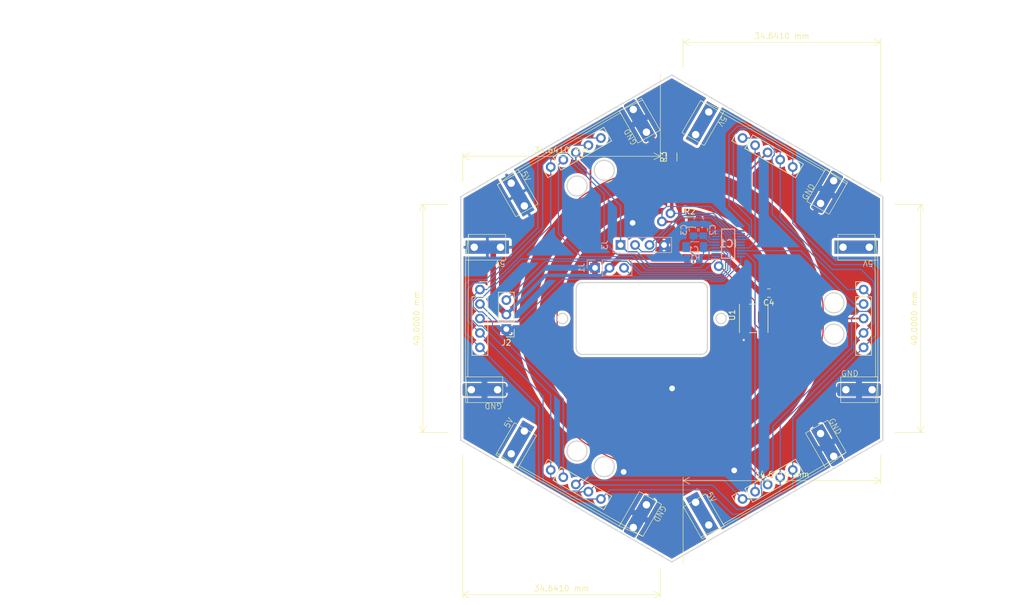
<source format=kicad_pcb>
(kicad_pcb (version 20241229) (generator "pcbnew") (generator_version "9.0")
  (title_block (title "Module Board Layout") (date "2025-12-01") (rev "0") (company "WPI ECE 2799 T1") (comment 1 "AAC"))
  (layers (0 "F.Cu" signal) (2 "B.Cu" signal) (13 "F.Paste" user) (15 "B.Paste" user) (5 "F.SilkS" user "F.Silkscreen") (7 "B.SilkS" user "B.Silkscreen") (1 "F.Mask" user) (3 "B.Mask" user) (25 "Edge.Cuts" user))
  (net 0 "")
  (net 1 "GND")
  (net 2 "Net-(IC1-PA1_{slash}_NRST)")
  (net 3 "+3.3V")
  (net 4 "/nShoutIn5")
  (net 5 "/LED Sig")
  (net 6 "/nShoutOut")
  (net 7 "/Linear Motor PWM")
  (net 8 "/SWCLK")
  (net 9 "/MSP RX")
  (net 10 "/nShoutIn1")
  (net 11 "/nShoutIn6")
  (net 12 "/nShoutIn2")
  (net 13 "/Rotary Motor PWM")
  (net 14 "/nShoutIn3")
  (net 15 "/MSP TX")
  (net 16 "/Rotation Key")
  (net 17 "/Extention Bottom Out")
  (net 18 "/nShoutIn4")
  (net 19 "/SWDIO")
  (net 21 "+5V")
  (footprint "Rose Actuator Library:InterModuleConnectorMside" (layer "F.Cu") (at 205.935 59.6775 60)
    (property "Reference" "J7" (hide yes))
    (property "Value" "5x2.54mm+2xBus")
  )
  (footprint "Connector_PinHeader_2.54mm:PinHeader_1x03_P2.54mm_Vertical" (layer "F.Cu") (at 160.12 90.66 180)
    (property "Reference" "J2")
    (property "Value" "Extention Servo")
  )
  (footprint "Rose Actuator Library:InterModuleConnectorMside" (layer "F.Cu") (at 172.305 117.9269 -120)
    (property "Reference" "J4" (hide yes))
    (property "Value" "5x2.54mm+2xBus")
  )
  (footprint "Rose Actuator Library:InterModuleConnectorMside" (layer "F.Cu") (at 172.305 59.6775 120)
    (property "Reference" "J6" (hide yes))
    (property "Value" "5x2.54mm+2xBus")
  )
  (footprint "Resistor_SMD:R_1206_3216Metric_Pad1.30x1.75mm_HandSolder" (layer "F.Cu") (at 189.12 60.46 90)
    (property "Reference" "R3")
    (property "Value" "40k")
  )
  (footprint "Rose Actuator Library:LED_FZ2812-5050" (layer "F.Cu") (at 203.49 88.78 90)
    (property "Reference" "U1")
    (property "Value" "FZ2812-5050")
  )
  (footprint "Rose Actuator Library:InterModuleConnectorMside" (layer "F.Cu") (at 155.49 88.802 180)
    (property "Reference" "J8" (hide yes))
    (property "Value" "5x2.54mm+2xBus")
  )
  (footprint "Rose Actuator Library:InterModuleConnectorMside" (layer "F.Cu") (at 222.75 88.802)
    (property "Reference" "J9" (hide yes))
    (property "Value" "5x2.54mm+2xBus")
  )
  (footprint "Rose Actuator Library:InterModuleConnectorMside" (layer "F.Cu") (at 205.935 117.9264 -60)
    (property "Reference" "J5" (hide yes))
    (property "Value" "5x2.54mm+2xBus")
  )
  (footprint "Resistor_SMD:R_1206_3216Metric_Pad1.30x1.75mm_HandSolder" (layer "F.Cu") (at 192.31 71.86)
    (property "Reference" "R2")
    (property "Value" "40k")
  )
  (footprint "Capacitor_SMD:C_0805_2012Metric_Pad1.18x1.45mm_HandSolder" (layer "F.Cu") (at 206.1325 84.34 180)
    (property "Reference" "C4")
    (property "Value" ".1u")
  )
  (footprint "Capacitor_SMD:C_0805_2012Metric_Pad1.18x1.45mm_HandSolder" (layer "B.Cu") (at 192.93 73.25 -90)
    (property "Reference" "C3")
    (property "Value" ".1u")
  )
  (footprint "Resistor_SMD:R_1206_3216Metric_Pad1.30x1.75mm_HandSolder" (layer "B.Cu") (at 193.15 76.27)
    (property "Reference" "R1")
    (property "Value" "47k")
  )
  (footprint "Rose Actuator Library:MSPM0C1103SDGS20R" (layer "B.Cu") (at 199.01 75.67)
    (property "Reference" "IC1")
    (property "Value" "MSPM0C1103SDGS20R" (hide yes))
  )
  (footprint "Capacitor_SMD:C_0805_2012Metric_Pad1.18x1.45mm_HandSolder" (layer "B.Cu") (at 192.91 78.39 180)
    (property "Reference" "C1")
    (property "Value" "10n")
  )
  (footprint "Connector_PinSocket_2.54mm:PinSocket_1x04_P2.54mm_Vertical" (layer "B.Cu") (at 180.15 75.905 -90)
    (property "Reference" "J3")
    (property "Value" "Debug")
  )
  (footprint "Capacitor_SMD:C_0805_2012Metric_Pad1.18x1.45mm_HandSolder" (layer "B.Cu") (at 194.63 73.25 90)
    (property "Reference" "C2")
    (property "Value" "10u")
  )
  (footprint "Connector_PinHeader_2.54mm:PinHeader_1x03_P2.54mm_Vertical" (layer "B.Cu") (at 175.67 79.92 -90)
    (property "Reference" "J1")
    (property "Value" "Rotation Servo")
  )
  (gr_arc (start 190.39 62.24) (mid 189.163921 115.430287) (end 187.762265 62.244337) (stroke (width 0.2)) (layer "F.Cu") (net 3))
  (gr_arc (start 189.90416 68.73416) (mid 189.162574 108.921096) (end 188.250764 68.737662) (stroke (width 0.2)) (layer "F.Cu") (net 17))
  (gr_arc (start 189.928715 65.710649) (mid 189.180581 111.943418) (end 188.190209 65.715204) (stroke (width 0.2)) (layer "F.Cu") (net 17))
  (gr_line (start 152.12 67.44) (end 189.12 46.07804) (stroke (width 0.2)) (layer "Edge.Cuts"))
  (gr_line (start 226.12 110.16392) (end 189.12 131.52588) (stroke (width 0.2)) (layer "Edge.Cuts"))
  (gr_line (start 189.12 131.52588) (end 152.12 110.16392) (stroke (width 0.2)) (layer "Edge.Cuts"))
  (gr_line (start 152.12 110.16392) (end 152.12 67.44) (stroke (width 0.2)) (layer "Edge.Cuts"))
  (gr_circle (center 217.556275 91.55196) (end 219.308875 91.55196) (stroke (width 0.2)) (fill no) (layer "Edge.Cuts"))
  (gr_arc (start 195.37 94.00196) (mid 195.047817 94.779777) (end 194.27 95.10196) (stroke (width 0.2)) (layer "Edge.Cuts"))
  (gr_circle (center 169.9695 88.80196) (end 170.8745 88.80196) (stroke (width 0.2)) (fill no) (layer "Edge.Cuts"))
  (gr_arc (start 173.470002 95.10196) (mid 172.692183 94.779777) (end 172.37 94.001957) (stroke (width 0.2)) (layer "Edge.Cuts"))
  (gr_line (start 194.27 95.10196) (end 173.470002 95.10196) (stroke (width 0.2)) (layer "Edge.Cuts"))
  (gr_arc (start 194.27 82.50196) (mid 195.047817 82.824143) (end 195.37 83.60196) (stroke (width 0.2)) (layer "Edge.Cuts"))
  (gr_line (start 194.27 82.50196) (end 173.470003 82.50196) (stroke (width 0.2)) (layer "Edge.Cuts"))
  (gr_circle (center 197.7705 88.80196) (end 198.6755 88.80196) (stroke (width 0.2)) (fill no) (layer "Edge.Cuts"))
  (gr_circle (center 177.283432 114.803496) (end 179.036032 114.803496) (stroke (width 0.2)) (fill no) (layer "Edge.Cuts"))
  (gr_circle (center 217.556275 86.05196) (end 219.308875 86.05196) (stroke (width 0.2)) (fill no) (layer "Edge.Cuts"))
  (gr_line (start 195.37 94.00196) (end 195.37 83.60196) (stroke (width 0.2)) (layer "Edge.Cuts"))
  (gr_circle (center 172.520293 65.550424) (end 174.272893 65.550424) (stroke (width 0.2)) (fill no) (layer "Edge.Cuts"))
  (gr_circle (center 172.520293 112.053496) (end 174.272893 112.053496) (stroke (width 0.2)) (fill no) (layer "Edge.Cuts"))
  (gr_line (start 226.12 67.44) (end 226.12 110.16392) (stroke (width 0.2)) (layer "Edge.Cuts"))
  (gr_line (start 189.12 46.07804) (end 226.12 67.44) (stroke (width 0.2)) (layer "Edge.Cuts"))
  (gr_line (start 172.37 94.001957) (end 172.37 83.601962) (stroke (width 0.2)) (layer "Edge.Cuts"))
  (gr_circle (center 177.283432 62.800424) (end 179.036032 62.800424) (stroke (width 0.2)) (fill no) (layer "Edge.Cuts"))
  (gr_arc (start 172.37 83.601962) (mid 172.692183 82.824143) (end 173.470003 82.50196) (stroke (width 0.2)) (layer "Edge.Cuts"))
  (gr_text "G" (at 218.01 110.42 0) (layer "F.Cu" knockout) (effects (font (size 1.5 1.5) (thickness 0.3) (bold yes)) (justify left bottom)))
  (gr_text "G" (at 217.72 69.34 0) (layer "F.Cu" knockout) (effects (font (size 1.5 1.5) (thickness 0.3) (bold yes)) (justify left bottom)))
  (gr_text "G" (at 184.94 53.32 0) (layer "F.Cu" knockout) (effects (font (size 1.5 1.5) (thickness 0.3) (bold yes)) (justify left bottom)))
  (gr_text "G" (at 184.7 126.29 0) (layer "F.Cu" knockout) (effects (font (size 1.5 1.5) (thickness 0.3) (bold yes)) (justify left bottom)))
  (gr_text "G" (at 155.41 105.14 0) (layer "F.Cu" knockout) (effects (font (size 1.5 1.5) (thickness 0.3) (bold yes)) (justify left bottom)))
  (gr_text "G" (at 221.14 105.34 0) (layer "F.Cu" knockout) (effects (font (size 1.5 1.5) (thickness 0.3) (bold yes)) (justify left bottom)))
  (segment (start 187.66 58.91) (end 184.862179 56.112179) (width 0.25) (layer "F.Cu") (net 1))
  (segment (start 189.12 59.07) (end 189.12 58.91) (width 0.25) (layer "F.Cu") (net 1))
  (segment (start 184.862179 56.112179) (end 184.680318 56.112179) (width 0.25) (layer "F.Cu") (net 1))
  (segment (start 189.12 58.91) (end 187.66 58.91) (width 0.25) (layer "F.Cu") (net 1))
  (via (at 189.18 101.07) (size 1.7) (drill 1) (layers "F.Cu" "B.Cu") (net 1))
  (via (at 180.69 115.72) (size 1.7) (drill 1) (layers "F.Cu" "B.Cu") (net 1))
  (via (at 182.26 72.03) (size 1.7) (drill 1) (layers "F.Cu" "B.Cu") (net 1))
  (via (at 200.07 115.46) (size 1.7) (drill 1) (layers "F.Cu" "B.Cu") (net 1))
  (segment (start 195.69 74.69) (end 195.92 74.92) (width 0.25) (layer "B.Cu") (net 1))
  (segment (start 192.93 72.2125) (end 194.63 72.2125) (width 0.25) (layer "B.Cu") (net 1))
  (segment (start 194.63 72.2125) (end 195.69 73.2725) (width 0.25) (layer "B.Cu") (net 1))
  (segment (start 191.4625 72.2125) (end 187.77 75.905) (width 0.25) (layer "B.Cu") (net 1))
  (segment (start 191.8725 78.39) (end 190.255 78.39) (width 0.25) (layer "B.Cu") (net 1))
  (segment (start 195.92 74.92) (end 196.798 74.92) (width 0.25) (layer "B.Cu") (net 1))
  (segment (start 195.69 73.2725) (end 195.69 74.69) (width 0.25) (layer "B.Cu") (net 1))
  (segment (start 192.93 72.2125) (end 191.4625 72.2125) (width 0.25) (layer "B.Cu") (net 1))
  (segment (start 190.255 78.39) (end 187.77 75.905) (width 0.25) (layer "B.Cu") (net 1))
  (segment (start 194.7 76.27) (end 194.7 77.6375) (width 0.2) (layer "B.Cu") (net 2))
  (segment (start 194.7 77.6375) (end 193.9475 78.39) (width 0.2) (layer "B.Cu") (net 2))
  (segment (start 195.05 75.92) (end 196.798 75.92) (width 0.2) (layer "B.Cu") (net 2))
  (segment (start 174.873893 112.646107) (end 176.74 110.78) (width 0.3) (layer "F.Cu") (net 3))
  (segment (start 201.97 113.9614) (end 201.97 110.48) (width 0.3) (layer "F.Cu") (net 3))
  (segment (start 172.305 117.9269) (end 174.873893 115.358007) (width 0.3) (layer "F.Cu") (net 3))
  (segment (start 205.935 117.9264) (end 201.97 113.9614) (width 0.3) (layer "F.Cu") (net 3))
  (segment (start 174.873893 115.358007) (end 174.873893 112.646107) (width 0.3) (layer "F.Cu") (net 3))
  (segment (start 202.64 67.62) (end 202.67 67.65) (width 0.3) (layer "F.Cu") (net 3))
  (segment (start 174.873893 62.246393) (end 174.873893 66.253893) (width 0.3) (layer "F.Cu") (net 3))
  (segment (start 174.873893 66.253893) (end 176.02 67.4) (width 0.3) (layer "F.Cu") (net 3))
  (segment (start 205.935 59.6775) (end 202.64 62.9725) (width 0.3) (layer "F.Cu") (net 3))
  (segment (start 202.64 62.9725) (end 202.64 67.62) (width 0.3) (layer "F.Cu") (net 3))
  (segment (start 172.305 59.6775) (end 174.873893 62.246393) (width 0.3) (layer "F.Cu") (net 3))
  (segment (start 213.898 88.802) (end 213.81 88.89) (width 0.3) (layer "F.Cu") (net 3))
  (segment (start 155.959 89.271) (end 156.038 89.35) (width 0.3) (layer "F.Cu") (net 3))
  (segment (start 222.75 88.802) (end 213.898 88.802) (width 0.3) (layer "F.Cu") (net 3))
  (segment (start 162.112365 89.35) (end 162.642365 88.82) (width 0.3) (layer "F.Cu") (net 3))
  (segment (start 156.038 89.35) (end 162.112365 89.35) (width 0.3) (layer "F.Cu") (net 3))
  (segment (start 192.93 77.6) (end 192.93 79.110718) (width 0.25) (layer "B.Cu") (net 3))
  (segment (start 192.93 79.110718) (end 192.580718 79.46) (width 0.25) (layer "B.Cu") (net 3))
  (segment (start 180.15 75.905) (end 180.15 69.030841) (width 0.25) (layer "B.Cu") (net 3))
  (segment (start 192.93 74.2875) (end 194.63 74.2875) (width 0.25) (layer "B.Cu") (net 3))
  (segment (start 172.305 61.145) (end 172.305 59.6775) (width 0.25) (layer "B.Cu") (net 3))
  (segment (start 174.904832 63.785673) (end 174.904832 63.744832) (width 0.25) (layer "B.Cu") (net 3))
  (segment (start 192.580718 79.46) (end 185.38 79.46) (width 0.25) (layer "B.Cu") (net 3))
  (segment (start 191.6 76.27) (end 192.93 77.6) (width 0.25) (layer "B.Cu") (net 3))
  (segment (start 181.339177 77.094177) (end 180.15 75.905) (width 0.25) (layer "B.Cu") (net 3))
  (segment (start 183.014177 77.094177) (end 181.339177 77.094177) (width 0.25) (layer "B.Cu") (net 3))
  (segment (start 174.904832 63.744832) (end 172.305 61.145) (width 0.25) (layer "B.Cu") (net 3))
  (segment (start 185.38 79.46) (end 183.014177 77.094177) (width 0.25) (layer "B.Cu") (net 3))
  (segment (start 195.77 75.42) (end 196.798 75.42) (width 0.25) (layer "B.Cu") (net 3))
  (segment (start 192.93 74.94) (end 192.93 74.2875) (width 0.25) (layer "B.Cu") (net 3))
  (segment (start 180.15 69.030841) (end 174.904832 63.785673) (width 0.25) (layer "B.Cu") (net 3))
  (segment (start 191.6 76.27) (end 192.93 74.94) (width 0.25) (layer "B.Cu") (net 3))
  (segment (start 194.6375 74.2875) (end 195.77 75.42) (width 0.25) (layer "B.Cu") (net 3))
  (segment (start 184.65096 80.30096) (end 182.3 77.95) (width 0.2) (layer "B.Cu") (net 4))
  (segment (start 196.798 77.92) (end 196.798 78.482) (width 0.2) (layer "B.Cu") (net 4))
  (segment (start 173.21 77.95) (end 169.255295 73.995295) (width 0.2) (layer "B.Cu") (net 4))
  (segment (start 169.255295 61.7975) (end 170.105295 60.9475) (width 0.2) (layer "B.Cu") (net 4))
  (segment (start 196.798 78.482) (end 194.97904 80.30096) (width 0.2) (layer "B.Cu") (net 4))
  (segment (start 194.97904 80.30096) (end 184.65096 80.30096) (width 0.2) (layer "B.Cu") (net 4))
  (segment (start 169.255295 73.995295) (end 169.255295 61.7975) (width 0.2) (layer "B.Cu") (net 4))
  (segment (start 182.3 77.95) (end 173.21 77.95) (width 0.2) (layer "B.Cu") (net 4))
  (segment (start 203.64 85.67) (end 197.593528 79.623528) (width 0.2) (layer "F.Cu") (net 5))
  (segment (start 205.09 91.23) (end 203.64 89.78) (width 0.2) (layer "F.Cu") (net 5))
  (segment (start 203.64 89.78) (end 203.64 85.67) (width 0.2) (layer "F.Cu") (net 5))
  (segment (start 197.593528 79.623528) (end 197.353528 79.623528) (width 0.2) (layer "F.Cu") (net 5))
  (via (at 197.353528 79.623528) (size 1.7) (drill 1) (layers "F.Cu" "B.Cu") (net 5))
  (segment (start 197.8115 79.165557) (end 197.353528 79.623528) (width 0.2) (layer "B.Cu") (net 5))
  (segment (start 197.7625 77.42) (end 197.8115 77.469) (width 0.2) (layer "B.Cu") (net 5))
  (segment (start 197.8115 77.469) (end 197.8115 79.165557) (width 0.2) (layer "B.Cu") (net 5))
  (segment (start 196.798 77.42) (end 197.7625 77.42) (width 0.2) (layer "B.Cu") (net 5))
  (segment (start 206.85 115.38364) (end 204.784 117.44964) (width 0.2) (layer "B.Cu") (net 6))
  (segment (start 201.535591 57.1375) (end 205.02276 57.1375) (width 0.2) (layer "B.Cu") (net 6))
  (segment (start 174.702564 117.157096) (end 172.78176 119.0779) (width 0.2) (layer "B.Cu") (net 6))
  (segment (start 220.65 88.7) (end 220.65 93.93) (width 0.2) (layer "B.Cu") (net 6))
  (segment (start 205.02276 57.1375) (end 207.086 59.20074) (width 0.2) (layer "B.Cu") (net 6))
  (segment (start 179.463 77.52) (end 177.282586 75.339586) (width 0.2) (layer "B.Cu") (net 6))
  (segment (start 204.886295 118.71964) (end 204.886295 119.908019) (width 0.2) (layer "B.Cu") (net 6))
  (segment (start 171.76 60.76026) (end 170.79624 59.7965) (width 0.2) (layer "B.Cu") (net 6))
  (segment (start 170.79624 59.7965) (end 169.12451 59.7965) (width 0.2) (layer "B.Cu") (net 6))
  (segment (start 220.65 93.93) (end 206.85 107.73) (width 0.2) (layer "B.Cu") (net 6))
  (segment (start 155.89576 90.12) (end 155.18024 90.12) (width 0.2) (layer "B.Cu") (net 6))
  (segment (start 204.327914 120.4664) (end 201.535591 120.4664) (width 0.2) (layer "B.Cu") (net 6))
  (segment (start 167.905591 72.50849) (end 167.905591 62.2175) (width 0.2) (layer "B.Cu") (net 6))
  (segment (start 167.905591 102.129831) (end 155.89576 90.12) (width 0.2) (layer "B.Cu") (net 6))
  (segment (start 223.36 87.57) (end 221.78 87.57) (width 0.2) (layer "B.Cu") (net 6))
  (segment (start 155.18024 90.12) (end 153.78 88.71976) (width 0.2) (layer "B.Cu") (net 6))
  (segment (start 224.1 85.072) (end 224.1 86.83) (width 0.2) (layer "B.Cu") (net 6))
  (segment (start 222.75 83.722) (end 224.1 85.072) (width 0.2) (layer "B.Cu") (net 6))
  (segment (start 206.74 60.50026) (end 206.74 70.52) (width 0.2) (layer "B.Cu") (net 6))
  (segment (start 177.282586 75.339586) (end 177.282586 66.984223) (width 0.2) (layer "B.Cu") (net 6))
  (segment (start 221.78 87.57) (end 220.65 88.7) (width 0.2) (layer "B.Cu") (net 6))
  (segment (start 204.886295 119.908019) (end 204.327914 120.4664) (width 0.2) (layer "B.Cu") (net 6))
  (segment (start 195.651 78.339) (end 194.1 79.89) (width 0.2) (layer "B.Cu") (net 6))
  (segment (start 198.226287 117.157096) (end 174.702564 117.157096) (width 0.2) (layer "B.Cu") (net 6))
  (segment (start 219.942 83.722) (end 222.75 83.722) (width 0.2) (layer "B.Cu") (net 6))
  (segment (start 155.49 83.722) (end 156.692081 83.722) (width 0.2) (layer "B.Cu") (net 6))
  (segment (start 156.692081 83.722) (end 167.905591 72.50849) (width 0.2) (layer "B.Cu") (net 6))
  (segment (start 171.76 61.461637) (end 171.76 60.76026) (width 0.2) (layer "B.Cu") (net 6))
  (segment (start 185.04 79.89) (end 182.67 77.52) (width 0.2) (layer "B.Cu") (net 6))
  (segment (start 207.086 60.15426) (end 206.74 60.50026) (width 0.2) (layer "B.Cu") (net 6))
  (segment (start 177.282586 66.984223) (end 171.76 61.461637) (width 0.2) (layer "B.Cu") (net 6))
  (segment (start 206.74 70.52) (end 219.942 83.722) (width 0.2) (layer "B.Cu") (net 6))
  (segment (start 206.85 107.73) (end 206.85 115.38364) (width 0.2) (layer "B.Cu") (net 6))
  (segment (start 204.784 118.617345) (end 204.886295 118.71964) (width 0.2) (layer "B.Cu") (net 6))
  (segment (start 224.1 86.83) (end 223.36 87.57) (width 0.2) (layer "B.Cu") (net 6))
  (segment (start 194.1 79.89) (end 185.04 79.89) (width 0.2) (layer "B.Cu") (net 6))
  (segment (start 153.78 85.432) (end 155.49 83.722) (width 0.2) (layer "B.Cu") (net 6))
  (segment (start 167.905591 61.015419) (end 167.905591 62.2175) (width 0.2) (layer "B.Cu") (net 6))
  (segment (start 196.798 76.42) (end 195.87 76.42) (width 0.2) (layer "B.Cu") (net 6))
  (segment (start 201.535591 120.4664) (end 198.226287 117.157096) (width 0.2) (layer "B.Cu") (net 6))
  (segment (start 195.651 76.639) (end 195.651 78.339) (width 0.2) (layer "B.Cu") (net 6))
  (segment (start 167.905591 116.575591) (end 167.905591 116.084956) (width 0.2) (layer "B.Cu") (net 6))
  (segment (start 195.87 76.42) (end 195.651 76.639) (width 0.2) (layer "B.Cu") (net 6))
  (segment (start 167.905591 115.3869) (end 167.905591 102.129831) (width 0.2) (layer "B.Cu") (net 6))
  (segment (start 169.12451 59.7965) (end 167.905591 61.015419) (width 0.2) (layer "B.Cu") (net 6))
  (segment (start 204.784 117.44964) (end 204.784 118.617345) (width 0.2) (layer "B.Cu") (net 6))
  (segment (start 207.086 59.20074) (end 207.086 60.15426) (width 0.2) (layer "B.Cu") (net 6))
  (segment (start 182.67 77.52) (end 179.463 77.52) (width 0.2) (layer "B.Cu") (net 6))
  (segment (start 170.4079 119.0779) (end 167.905591 116.575591) (width 0.2) (layer "B.Cu") (net 6))
  (segment (start 172.78176 119.0779) (end 170.4079 119.0779) (width 0.2) (layer "B.Cu") (net 6))
  (segment (start 153.78 88.71976) (end 153.78 85.432) (width 0.2) (layer "B.Cu") (net 6))
  (segment (start 196.113494 81.10096) (end 183.558719 81.10096) (width 0.2) (layer "B.Cu") (net 7))
  (segment (start 197.788909 81.45089) (end 196.463424 81.45089) (width 0.2) (layer "B.Cu") (net 7))
  (segment (start 197.7625 74.42) (end 198.2115 74.869) (width 0.2) (layer "B.Cu") (net 7))
  (segment (start 196.463424 81.45089) (end 196.113494 81.10096) (width 0.2) (layer "B.Cu") (net 7))
  (segment (start 198.953528 80.286271) (end 197.788909 81.45089) (width 0.2) (layer "B.Cu") (net 7))
  (segment (start 198.2115 76.737629) (end 198.953528 77.479658) (width 0.2) (layer "B.Cu") (net 7))
  (segment (start 198.2115 74.869) (end 198.2115 76.737629) (width 0.2) (layer "B.Cu") (net 7))
  (segment (start 196.798 74.42) (end 197.7625 74.42) (width 0.2) (layer "B.Cu") (net 7))
  (segment (start 181.22676 78.769) (end 166.931 78.769) (width 0.2) (layer "B.Cu") (net 7))
  (segment (start 166.931 78.769) (end 160.12 85.58) (width 0.2) (layer "B.Cu") (net 7))
  (segment (start 198.953528 77.479658) (end 198.953528 80.286271) (width 0.2) (layer "B.Cu") (net 7))
  (segment (start 183.558719 81.10096) (end 181.22676 78.769) (width 0.2) (layer "B.Cu") (net 7))
  (segment (start 199.0125 74.086814) (end 196.075686 71.15) (width 0.2) (layer "B.Cu") (net 8))
  (segment (start 190.65924 71.15) (end 186.381 75.42824) (width 0.2) (layer "B.Cu") (net 8))
  (segment (start 199.0125 74.688185) (end 199.0125 74.086814) (width 0.2) (layer "B.Cu") (net 8))
  (segment (start 183.841 77.056) (end 182.69 75.905) (width 0.2) (layer "B.Cu") (net 8))
  (segment (start 186.381 76.38176) (end 185.70676 77.056) (width 0.2) (layer "B.Cu") (net 8))
  (segment (start 186.381 75.42824) (end 186.381 76.38176) (width 0.2) (layer "B.Cu") (net 8))
  (segment (start 200.244315 75.92) (end 199.0125 74.688185) (width 0.2) (layer "B.Cu") (net 8))
  (segment (start 185.70676 77.056) (end 183.841 77.056) (width 0.2) (layer "B.Cu") (net 8))
  (segment (start 201.222 75.92) (end 200.244315 75.92) (width 0.2) (layer "B.Cu") (net 8))
  (segment (start 196.075686 71.15) (end 190.65924 71.15) (width 0.2) (layer "B.Cu") (net 8))
  (segment (start 174.504705 119.1969) (end 173.302624 119.1969) (width 0.2) (layer "B.Cu") (net 9))
  (segment (start 166.642817 117.392817) (end 166.56 117.31) (width 0.2) (layer "B.Cu") (net 9))
  (segment (start 166.56 102.412) (end 155.49 91.342) (width 0.2) (layer "B.Cu") (net 9))
  (segment (start 196.269 118.029) (end 175.672605 118.029) (width 0.2) (layer "B.Cu") (net 9))
  (segment (start 222.33 80.19) (end 224.54 82.4) (width 0.2) (layer "B.Cu") (net 9))
  (segment (start 208.134705 71.074705) (end 217.25 80.19) (width 0.2) (layer "B.Cu") (net 9))
  (segment (start 203.09 74.082186) (end 202.252186 74.92) (width 0.2) (layer "B.Cu") (net 9))
  (segment (start 222.75 91.342) (end 221.05 93.042) (width 0.2) (layer "B.Cu") (net 9))
  (segment (start 201.25 55.49) (end 199.94 56.8) (width 0.2) (layer "B.Cu") (net 9))
  (segment (start 166.56 117.31) (end 166.56 102.412) (width 0.2) (layer "B.Cu") (net 9))
  (segment (start 208.134705 58.934705) (end 206.424861 57.224861) (width 0.2) (layer "B.Cu") (net 9))
  (segment (start 203.419995 55.49) (end 201.25 55.49) (width 0.2) (layer "B.Cu") (net 9))
  (segment (start 172.481877 120.017647) (end 171.189157 120.017647) (width 0.2) (layer "B.Cu") (net 9))
  (segment (start 166.49 72.91) (end 166.49 61.85) (width 0.2) (layer "B.Cu") (net 9))
  (segment (start 203.08 71.5) (end 203.08 72.344314) (width 0.2) (layer "B.Cu") (net 9))
  (segment (start 175.672605 118.029) (end 174.504705 119.1969) (width 0.2) (layer "B.Cu") (net 9))
  (segment (start 166.49 61.85) (end 169.9325 58.4075) (width 0.2) (layer "B.Cu") (net 9))
  (segment (start 153.33 83.68) (end 154.439 82.571) (width 0.2) (layer "B.Cu") (net 9))
  (segment (start 171.189157 120.017647) (end 166.642817 117.392817) (width 0.2) (layer "B.Cu") (net 9))
  (segment (start 217.25 80.19) (end 222.33 80.19) (width 0.2) (layer "B.Cu") (net 9))
  (segment (start 155.49 91.342) (end 153.33 89.182) (width 0.2) (layer "B.Cu") (net 9))
  (segment (start 156.829 82.571) (end 166.49 72.91) (width 0.2) (layer "B.Cu") (net 9))
  (segment (start 224.54 89.552) (end 222.75 91.342) (width 0.2) (layer "B.Cu") (net 9))
  (segment (start 224.54 82.4) (end 224.54 89.552) (width 0.2) (layer "B.Cu") (net 9))
  (segment (start 208.134705 116.6564) (end 208.134705 119.39188) (width 0.2) (layer "B.Cu") (net 9))
  (segment (start 206.424861 57.224861) (end 203.419995 55.49) (width 0.2) (layer "B.Cu") (net 9))
  (segment (start 199.94 56.8) (end 199.94 68.36) (width 0.2) (layer "B.Cu") (net 9))
  (segment (start 221.05 94.57) (end 208.134705 107.485295) (width 0.2) (layer "B.Cu") (net 9))
  (segment (start 221.05 93.042) (end 221.05 94.57) (width 0.2) (layer "B.Cu") (net 9))
  (segment (start 208.134705 60.9475) (end 208.134705 71.074705) (width 0.2) (layer "B.Cu") (net 9))
  (segment (start 154.439 82.571) (end 156.829 82.571) (width 0.2) (layer "B.Cu") (net 9))
  (segment (start 173.302624 119.1969) (end 172.481877 120.017647) (width 0.2) (layer "B.Cu") (net 9))
  (segment (start 153.33 89.182) (end 153.33 83.68) (width 0.2) (layer "B.Cu") (net 9))
  (segment (start 208.134705 119.39188) (end 203.132336 122.28) (width 0.2) (layer "B.Cu") (net 9))
  (segment (start 169.9325 58.4075) (end 174.504705 58.4075) (width 0.2) (layer "B.Cu") (net 9))
  (segment (start 202.252186 74.92) (end 201.222 74.92) (width 0.2) (layer "B.Cu") (net 9))
  (segment (start 199.94 68.36) (end 203.08 71.5) (width 0.2) (layer "B.Cu") (net 9))
  (segment (start 208.134705 60.9475) (end 208.134705 58.934705) (width 0.2) (layer "B.Cu") (net 9))
  (segment (start 203.08 72.344314) (end 203.09 72.354315) (width 0.2) (layer "B.Cu") (net 9))
  (segment (start 200.52 122.28) (end 196.269 118.029) (width 0.2) (layer "B.Cu") (net 9))
  (segment (start 203.09 72.354315) (end 203.09 74.082186) (width 0.2) (layer "B.Cu") (net 9))
  (segment (start 208.134705 107.485295) (end 208.134705 116.6564) (width 0.2) (layer "B.Cu") (net 9))
  (segment (start 203.132336 122.28) (end 200.52 122.28) (width 0.2) (layer "B.Cu") (net 9))
  (segment (start 162.70876 78.369) (end 155.96676 85.111) (width 0.2) (layer "B.Cu") (net 10))
  (segment (start 155.96676 87.651) (end 157.69 89.37424) (width 0.2) (layer "B.Cu") (net 10))
  (segment (start 170.105295 102.947295) (end 170.105295 116.6569) (width 0.2) (layer "B.Cu") (net 10))
  (segment (start 198.553528 80.120585) (end 197.623224 81.05089) (width 0.2) (layer "B.Cu") (net 10))
  (segment (start 183.724405 80.70096) (end 181.392445 78.369) (width 0.2) (layer "B.Cu") (net 10))
  (segment (start 154.339 86.73876) (end 155.25124 87.651) (width 0.2) (layer "B.Cu") (net 10))
  (segment (start 155.96676 85.111) (end 155.01324 85.111) (width 0.2) (layer "B.Cu") (net 10))
  (segment (start 197.623224 81.05089) (end 196.62911 81.05089) (width 0.2) (layer "B.Cu") (net 10))
  (segment (start 157.69 89.37424) (end 157.69 90.532) (width 0.2) (layer "B.Cu") (net 10))
  (segment (start 181.392445 78.369) (end 162.70876 78.369) (width 0.2) (layer "B.Cu") (net 10))
  (segment (start 196.798 76.92) (end 197.828185 76.92) (width 0.2) (layer "B.Cu") (net 10))
  (segment (start 155.25124 87.651) (end 155.96676 87.651) (width 0.2) (layer "B.Cu") (net 10))
  (segment (start 155.01324 85.111) (end 154.339 85.78524) (width 0.2) (layer "B.Cu") (net 10))
  (segment (start 196.62911 81.05089) (end 196.279179 80.70096) (width 0.2) (layer "B.Cu") (net 10))
  (segment (start 198.553528 77.645343) (end 198.553528 80.120585) (width 0.2) (layer "B.Cu") (net 10))
  (segment (start 196.279179 80.70096) (end 183.724405 80.70096) (width 0.2) (layer "B.Cu") (net 10))
  (segment (start 157.69 90.532) (end 170.105295 102.947295) (width 0.2) (layer "B.Cu") (net 10))
  (segment (start 154.339 85.78524) (end 154.339 86.73876) (width 0.2) (layer "B.Cu") (net 10))
  (segment (start 197.828185 76.92) (end 198.553528 77.645343) (width 0.2) (layer "B.Cu") (net 10))
  (segment (start 221.094809 86.262) (end 222.75 86.262) (width 0.2) (layer "B.Cu") (net 11))
  (segment (start 201.222 76.92) (end 211.752809 76.92) (width 0.2) (layer "B.Cu") (net 11))
  (segment (start 211.752809 76.92) (end 221.094809 86.262) (width 0.2) (layer "B.Cu") (net 11))
  (segment (start 203.735295 75.371205) (end 203.735295 58.4075) (width 0.2) (layer "B.Cu") (net 12))
  (segment (start 201.222 76.42) (end 202.6865 76.42) (width 0.2) (layer "B.Cu") (net 12))
  (segment (start 202.6865 76.42) (end 203.735295 75.371205) (width 0.2) (layer "B.Cu") (net 12))
  (segment (start 196.798 73.42) (end 197.78 73.42) (width 0.2) (layer "B.Cu") (net 13))
  (segment (start 199.354528 80.452371) (end 197.955009 81.85189) (width 0.2) (layer "B.Cu") (net 13))
  (segment (start 196.297324 81.85189) (end 195.946393 81.50096) (width 0.2) (layer "B.Cu") (net 13))
  (segment (start 199.354528 77.313559) (end 199.354528 80.452371) (width 0.2) (layer "B.Cu") (net 13))
  (segment (start 197.78 73.42) (end 198.6125 74.2525) (width 0.2) (layer "B.Cu") (net 13))
  (segment (start 182.33096 81.50096) (end 180.75 79.92) (width 0.2) (layer "B.Cu") (net 13))
  (segment (start 195.946393 81.50096) (end 182.33096 81.50096) (width 0.2) (layer "B.Cu") (net 13))
  (segment (start 198.6125 74.2525) (end 198.6125 76.571529) (width 0.2) (layer "B.Cu") (net 13))
  (segment (start 198.6125 76.571529) (end 199.354528 77.313559) (width 0.2) (layer "B.Cu") (net 13))
  (segment (start 197.955009 81.85189) (end 196.297324 81.85189) (width 0.2) (layer "B.Cu") (net 13))
  (segment (start 203.735295 78.968795) (end 203.735295 119.1964) (width 0.2) (layer "B.Cu") (net 14))
  (segment (start 202.1865 77.42) (end 203.735295 78.968795) (width 0.2) (layer "B.Cu") (net 14))
  (segment (start 201.222 77.42) (end 202.1865 77.42) (width 0.2) (layer "B.Cu") (net 14))
  (segment (start 221.45 95.182) (end 221.45 95.201372) (width 0.2) (layer "B.Cu") (net 15))
  (segment (start 199.73 123.14) (end 195.45 118.86) (width 0.2) (layer "B.Cu") (net 15))
  (segment (start 222.75 93.882) (end 221.45 95.182) (width 0.2) (layer "B.Cu") (net 15))
  (segment (start 210.334409 115.3864) (end 210.334409 118.255591) (width 0.2) (layer "B.Cu") (net 15))
  (segment (start 203.475281 55.06004) (end 200.66996 55.06004) (width 0.2) (layer "B.Cu") (net 15))
  (segment (start 152.93 82.75) (end 153.64 82.04) (width 0.2) (layer "B.Cu") (net 15))
  (segment (start 217.531371 79.35) (end 223.745685 79.35) (width 0.2) (layer "B.Cu") (net 15))
  (segment (start 224.94 91.692) (end 222.75 93.882) (width 0.2) (layer "B.Cu") (net 15))
  (segment (start 202.442771 123.14) (end 199.73 123.14) (width 0.2) (layer "B.Cu") (net 15))
  (segment (start 171.14953 120.442374) (end 171.132643 120.446899) (width 0.2) (layer "B.Cu") (net 15))
  (segment (start 156.48 82.04) (end 165.65 72.87) (width 0.2) (layer "B.Cu") (net 15))
  (segment (start 199.151712 68.981712) (end 202.689 72.519) (width 0.2) (layer "B.Cu") (net 15))
  (segment (start 223.745685 79.35) (end 224.94 80.544315) (width 0.2) (layer "B.Cu") (net 15))
  (segment (start 210.334409 72.153037) (end 217.531371 79.35) (width 0.2) (layer "B.Cu") (net 15))
  (segment (start 199.151712 56.578288) (end 199.151712 68.981712) (width 0.2) (layer "B.Cu") (net 15))
  (segment (start 210.334409 62.2175) (end 210.334409 72.153037) (width 0.2) (layer "B.Cu") (net 15))
  (segment (start 210.334409 118.255591) (end 209.557952 119.032048) (width 0.2) (layer "B.Cu") (net 15))
  (segment (start 210.334409 59.804171) (end 208.479418 57.94918) (width 0.2) (layer "B.Cu") (net 15))
  (segment (start 171.166453 57.1375) (end 176.704409 57.1375) (width 0.2) (layer "B.Cu") (net 15))
  (segment (start 202.689 73.916086) (end 202.185086 74.42) (width 0.2) (layer "B.Cu") (net 15))
  (segment (start 171.174056 120.4669) (end 171.14953 120.442374) (width 0.2) (layer "B.Cu") (net 15))
  (segment (start 224.94 80.544315) (end 224.94 91.692) (width 0.2) (layer "B.Cu") (net 15))
  (segment (start 202.689 72.519) (end 202.689 73.916086) (width 0.2) (layer "B.Cu") (net 15))
  (segment (start 165.81 117.37387) (end 165.81 104.202) (width 0.2) (layer "B.Cu") (net 15))
  (segment (start 171.132643 120.446899) (end 165.81 117.37387) (width 0.2) (layer "B.Cu") (net 15))
  (segment (start 200.66996 55.06004) (end 199.151712 56.578288) (width 0.2) (layer "B.Cu") (net 15))
  (segment (start 165.65 72.87) (end 165.65 61) (width 0.2) (layer "B.Cu") (net 15))
  (segment (start 221.45 95.201372) (end 210.334409 106.316962) (width 0.2) (layer "B.Cu") (net 15))
  (segment (start 178.311309 118.86) (end 176.704409 120.4669) (width 0.2) (layer "B.Cu") (net 15))
  (segment (start 155.49 93.882) (end 152.93 91.322) (width 0.2) (layer "B.Cu") (net 15))
  (segment (start 165.65 61) (end 167.253158 59.396842) (width 0.2) (layer "B.Cu") (net 15))
  (segment (start 152.93 91.322) (end 152.93 82.75) (width 0.2) (layer "B.Cu") (net 15))
  (segment (start 167.253158 59.396842) (end 171.166453 57.1375) (width 0.2) (layer "B.Cu") (net 15))
  (segment (start 202.185086 74.42) (end 201.222 74.42) (width 0.2) (layer "B.Cu") (net 15))
  (segment (start 165.81 104.202) (end 155.49 93.882) (width 0.2) (layer "B.Cu") (net 15))
  (segment (start 153.64 82.04) (end 156.48 82.04) (width 0.2) (layer "B.Cu") (net 15))
  (segment (start 195.45 118.86) (end 178.311309 118.86) (width 0.2) (layer "B.Cu") (net 15))
  (segment (start 210.334409 62.2175) (end 210.334409 59.804171) (width 0.2) (layer "B.Cu") (net 15))
  (segment (start 176.704409 120.4669) (end 171.174056 120.4669) (width 0.2) (layer "B.Cu") (net 15))
  (segment (start 209.557952 119.032048) (end 202.442771 123.14) (width 0.2) (layer "B.Cu") (net 15))
  (segment (start 208.479418 57.94918) (end 203.475281 55.06004) (width 0.2) (layer "B.Cu") (net 15))
  (segment (start 210.334409 106.316962) (end 210.334409 115.3864) (width 0.2) (layer "B.Cu") (net 15))
  (segment (start 188.9 70.350004) (end 189.12 70.130004) (width 0.6) (layer "F.Cu") (net 16))
  (segment (start 189.12 70.130004) (end 189.12 62.01) (width 0.6) (layer "F.Cu") (net 16))
  (via (at 188.9 70.350004) (size 1.7) (drill 1) (layers "F.Cu" "B.Cu") (net 16))
  (segment (start 201.222 73.92) (end 199.978471 73.92) (width 0.2) (layer "B.Cu") (net 16))
  (segment (start 196.408475 70.350004) (end 188.9 70.350004) (width 0.2) (layer "B.Cu") (net 16))
  (segment (start 199.978471 73.92) (end 196.408475 70.350004) (width 0.2) (layer "B.Cu") (net 16))
  (segment (start 187.5 71.86) (end 190.76 71.86) (width 0.2) (layer "F.Cu") (net 17))
  (segment (start 190.76 71.86) (end 190.76 69.59) (width 0.2) (layer "F.Cu") (net 17))
  (segment (start 187.4 71.79) (end 187.43 71.79) (width 0.2) (layer "F.Cu") (net 17))
  (segment (start 189.86 68.69) (end 189.74 68.69) (width 0.2) (layer "F.Cu") (net 17))
  (segment (start 187.43 71.79) (end 187.5 71.86) (width 0.2) (layer "F.Cu") (net 17))
  (segment (start 190.76 69.59) (end 189.86 68.69) (width 0.2) (layer "F.Cu") (net 17))
  (segment (start 186.88 72.31) (end 187.4 71.79) (width 0.2) (layer "F.Cu") (net 17))
  (via (at 187.4 71.79) (size 1.7) (drill 1) (layers "F.Cu" "B.Cu") (net 17))
  (segment (start 195.940004 69.150004) (end 188.179996 69.150004) (width 0.2) (layer "B.Cu") (net 17))
  (segment (start 187.4 69.93) (end 187.4 71.79) (width 0.2) (layer "B.Cu") (net 17))
  (segment (start 200.21 73.42) (end 195.940004 69.150004) (width 0.2) (layer "B.Cu") (net 17))
  (segment (start 188.179996 69.150004) (end 187.4 69.93) (width 0.2) (layer "B.Cu") (net 17))
  (segment (start 201.222 73.42) (end 200.21 73.42) (width 0.2) (layer "B.Cu") (net 17))
  (segment (start 158.588 89.36) (end 155.49 86.262) (width 0.2) (layer "B.Cu") (net 18))
  (segment (start 196.131638 82.25189) (end 195.780708 81.90096) (width 0.2) (layer "B.Cu") (net 18))
  (segment (start 201.222 79.150585) (end 198.120694 82.25189) (width 0.2) (layer "B.Cu") (net 18))
  (segment (start 201.222 77.92) (end 201.222 79.150585) (width 0.2) (layer "B.Cu") (net 18))
  (segment (start 169.94604 81.89396) (end 162.48 89.36) (width 0.2) (layer "B.Cu") (net 18))
  (segment (start 198.120694 82.25189) (end 196.131638 82.25189) (width 0.2) (layer "B.Cu") (net 18))
  (segment (start 182.158275 81.89396) (end 169.94604 81.89396) (width 0.2) (layer "B.Cu") (net 18))
  (segment (start 195.780708 81.90096) (end 182.165274 81.90096) (width 0.2) (layer "B.Cu") (net 18))
  (segment (start 162.48 89.36) (end 158.588 89.36) (width 0.2) (layer "B.Cu") (net 18))
  (segment (start 182.165274 81.90096) (end 182.158275 81.89396) (width 0.2) (layer "B.Cu") (net 18))
  (segment (start 199.4125 74.523) (end 199.4125 73.921128) (width 0.2) (layer "B.Cu") (net 19))
  (segment (start 199.4125 73.921128) (end 196.241371 70.75) (width 0.2) (layer "B.Cu") (net 19))
  (segment (start 196.241371 70.75) (end 190.385 70.75) (width 0.2) (layer "B.Cu") (net 19))
  (segment (start 200.3095 75.42) (end 199.4125 74.523) (width 0.2) (layer "B.Cu") (net 19))
  (segment (start 201.222 75.42) (end 200.3095 75.42) (width 0.2) (layer "B.Cu") (net 19))
  (segment (start 190.385 70.75) (end 185.23 75.905) (width 0.2) (layer "B.Cu") (net 19))
  (segment (start 178.21 79.92) (end 180.1 78.03) (width 1) (layer "F.Cu") (net 21))
  (segment (start 198.4325 78.03) (end 205.09 84.6875) (width 1) (layer "F.Cu") (net 21))
  (segment (start 157.82 85.82) (end 160.12 88.12) (width 1) (layer "F.Cu") (net 21))
  (segment (start 205.09 84.6875) (end 205.09 86.33) (width 1) (layer "F.Cu") (net 21))
  (segment (start 157.82 76.423) (end 157.82 85.82) (width 1) (layer "F.Cu") (net 21))
  (segment (start 180.1 78.03) (end 198.4325 78.03) (width 1) (layer "F.Cu") (net 21))
  (segment (start 176.859 81.271) (end 174.35 81.271) (width 0.6) (layer "B.Cu") (net 21))
  (segment (start 178.21 79.92) (end 176.859 81.271) (width 0.6) (layer "B.Cu") (net 21))
  (segment (start 167 81.24) (end 160.12 88.12) (width 0.6) (layer "B.Cu") (net 21))
  (segment (start 174.35 81.271) (end 174.319 81.24) (width 0.6) (layer "B.Cu") (net 21))
  (segment (start 174.319 81.24) (end 167 81.24) (width 0.6) (layer "B.Cu") (net 21))
  (zone (net 3) (net_name "+3.3V") (layer "F.Cu") (priority 2) (connect_pads (clearance 0.5)) (min_thickness 0.25) (fill yes (thermal_gap 0.25) (thermal_bridge_width 1) (island_removal_mode 2) (island_area_min 10))
    (polygon (pts (xy 183.41 62.84) (xy 182.09 63.05) (xy 177.22 64.95) (xy 173.66 67.07) (xy 169.64 70.63) (xy 167.9 72.85) (xy 166.68 74.59) (xy 165.45 76.75) (xy 163.68 80.66) (xy 162.58 86.04) (xy 162.57 91.27) (xy 162.86 93.06) (xy 163.23 94.7) (xy 163.724958 96.656958) (xy 164.41 98.56) (xy 165.82 101.64) (xy 167.89 104.93) (xy 170.29 107.71) (xy 171.7 108.85) (xy 173.59 110.52) (xy 176.05 111.9) (xy 178.37 113.16) (xy 180.45 114) (xy 182.45 114.52) (xy 184.19 114.91) (xy 186.13 115.2) (xy 188.626079 115.444257) (xy 189.656079 115.371892) (xy 190.4 115.387635) (xy 192.19 115.22) (xy 194.19 114.95) (xy 197.05 114.26) (xy 199.5 113.28) (xy 201.86 112.12) (xy 205.18 110.14) (xy 207.53 108.03) (xy 208.81 106.7) (xy 211.17 103.78) (xy 212.59 101.33) (xy 213.9 98.58) (xy 214.67 96.09) (xy 215.68 91.42) (xy 215.717635 87.34) (xy 215.33 84.03) (xy 214.33 80.14) (xy 212.99 77.06) (xy 210.88 73.42) (xy 208.12 70.13) (xy 204.89 67.32) (xy 201.86 65.42) (xy 198.61 63.91) (xy 195.71 62.98) (xy 194.49 62.82) (xy 191.63 59.542936) (xy 186.75 59.54) (xy 185.63 60.71) (xy 184 62.31) (xy 183.6 62.8)))
  )
  (zone (net 1) (net_name "GND") (layer "F.Cu") (connect_pads (clearance 0.5)) (min_thickness 0.25) (fill yes (thermal_gap 0.25) (thermal_bridge_width 1) (island_removal_mode 2) (island_area_min 10))
    (polygon (pts (xy 133.86 43.28) (xy 241.3 45.35) (xy 239.55 134.53) (xy 131.12 137.257027)))
  )
  (zone (net 1) (net_name "GND") (layer "F.Cu") (priority 4) (connect_pads (clearance 0.5)) (min_thickness 0.25) (fill yes (thermal_gap 0.25) (thermal_bridge_width 1) (island_removal_mode 2) (island_area_min 10))
    (polygon (pts (xy 189.651743 68.73416) (xy 191.13 68.85) (xy 192.29 68.98) (xy 194.04 69.33) (xy 196.47 70.09) (xy 198.39 70.97) (xy 201.21 72.69) (xy 203.43 74.69) (xy 205.49 77.13) (xy 206.86 79.27) (xy 208.01 81.84) (xy 208.54 83.75) (xy 209.03 85.93) (xy 209.23 87.96) (xy 209.175508 90.13) (xy 208.96 91.86) (xy 208.13 95.38) (xy 207.47 97.11) (xy 207.01 97.95) (xy 205.75 100.14) (xy 205.1 101.02) (xy 204.5 101.7) (xy 203.62 102.71) (xy 202.57 103.74) (xy 201.5 104.63) (xy 200.59 105.29) (xy 198.5 106.63) (xy 196.59 107.46) (xy 194.74 108.14) (xy 193.04 108.52) (xy 191.65 108.76) (xy 190.05 108.89) (xy 188.17 108.912648) (xy 186.45 108.7) (xy 184.58 108.42) (xy 182.74 107.87) (xy 180.87 107.14) (xy 179.96 106.71) (xy 177.19 105) (xy 175.68 103.76) (xy 175.08 103.18) (xy 173.89 101.92) (xy 172.61 100.24) (xy 171.58 98.63) (xy 171.19 97.8) (xy 170.65 96.73) (xy 170.12 95.31) (xy 169.71 93.91) (xy 169.17 91.31) (xy 169.0645 88.14) (xy 169.26 86.14) (xy 169.54 84.34) (xy 169.85 83.14) (xy 170.11 82.26) (xy 170.57 81.11) (xy 170.96 80.1) (xy 171.5 79.16) (xy 172.12 78.15) (xy 172.88 76.94) (xy 174.06 75.48) (xy 174.81 74.69) (xy 176.14 73.42) (xy 177.7 72.31) (xy 178.93 71.48) (xy 180.66 70.57) (xy 182.63 69.79) (xy 184.31 69.26) (xy 186.33 68.91) (xy 188.75 68.72)))
  )
  (zone (net 17) (net_name "/Extention Bottom Out") (layer "F.Cu") (priority 3) (connect_pads yes (clearance 0.5)) (min_thickness 0.25) (fill yes (thermal_gap 0.25) (thermal_bridge_width 1) (island_removal_mode 2) (island_area_min 10))
    (polygon (pts (xy 188.33 65.710001) (xy 186.75 65.86) (xy 184.13 66.25) (xy 181.29 67.04) (xy 178.22 68.44) (xy 176.08 69.76) (xy 174.03 71.26) (xy 171.27 74.11) (xy 169.1 77.3) (xy 167.72 80.05) (xy 166.89 82.55) (xy 166.42 84.43) (xy 166.1 86.77) (xy 166.05 88.75) (xy 166.09 90.29) (xy 166.37 93.08) (xy 167.21 96.07) (xy 167.91 97.95) (xy 169.18 100.49) (xy 170.91 103.06) (xy 172.91 105.27) (xy 175.49 107.5) (xy 179.05 109.65) (xy 181.08 110.44) (xy 183.95 111.33) (xy 187.2 111.84) (xy 189.110628 111.907427) (xy 192.03 111.72) (xy 194.32 111.31) (xy 197.24 110.43) (xy 200.08 109.11) (xy 202.6 107.61) (xy 204.91 105.7) (xy 206.16 104.39) (xy 207.67 102.61) (xy 208.82 100.9) (xy 209.73 99.21) (xy 210.96 96.38) (xy 211.66 93.83) (xy 211.92 92.57) (xy 212.17 90.51) (xy 212.24 87.83) (xy 212.05 85.72) (xy 211.77 84.18) (xy 211.43 82.78) (xy 210.84 80.83) (xy 209.91 78.7) (xy 208.72 76.58) (xy 207.73 75.1) (xy 205.97 72.96) (xy 203.735295 70.906275) (xy 200.59 68.73) (xy 199.29 68.06) (xy 197.42 67.26) (xy 195.1 66.47) (xy 192.72 66) (xy 190.53 65.73) (xy 189.928715 65.710649)))
  )
  (zone (net 21) (net_name "+5V") (layer "B.Cu") (priority 5) (connect_pads (clearance 0.5)) (min_thickness 0.25) (fill yes (thermal_gap 0.5) (thermal_bridge_width 0.5))
    (polygon (pts (xy 161.31 56.29) (xy 166.16 65.01) (xy 166.75 73.55) (xy 158.35 81.32) (xy 149.51 81.5) (xy 150.1 63.66)))
  )
  (zone (net 1) (net_name "GND") (layer "B.Cu") (priority 1) (connect_pads (clearance 0.5)) (min_thickness 0.25) (fill yes (thermal_gap 0.25) (thermal_bridge_width 1) (island_removal_mode 2) (island_area_min 10))
    (polygon (pts (xy 127.83 33.07) (xy 250.9 32.92) (xy 250.6 136.44) (xy 122.5 139.1)))
  )
)
</source>
